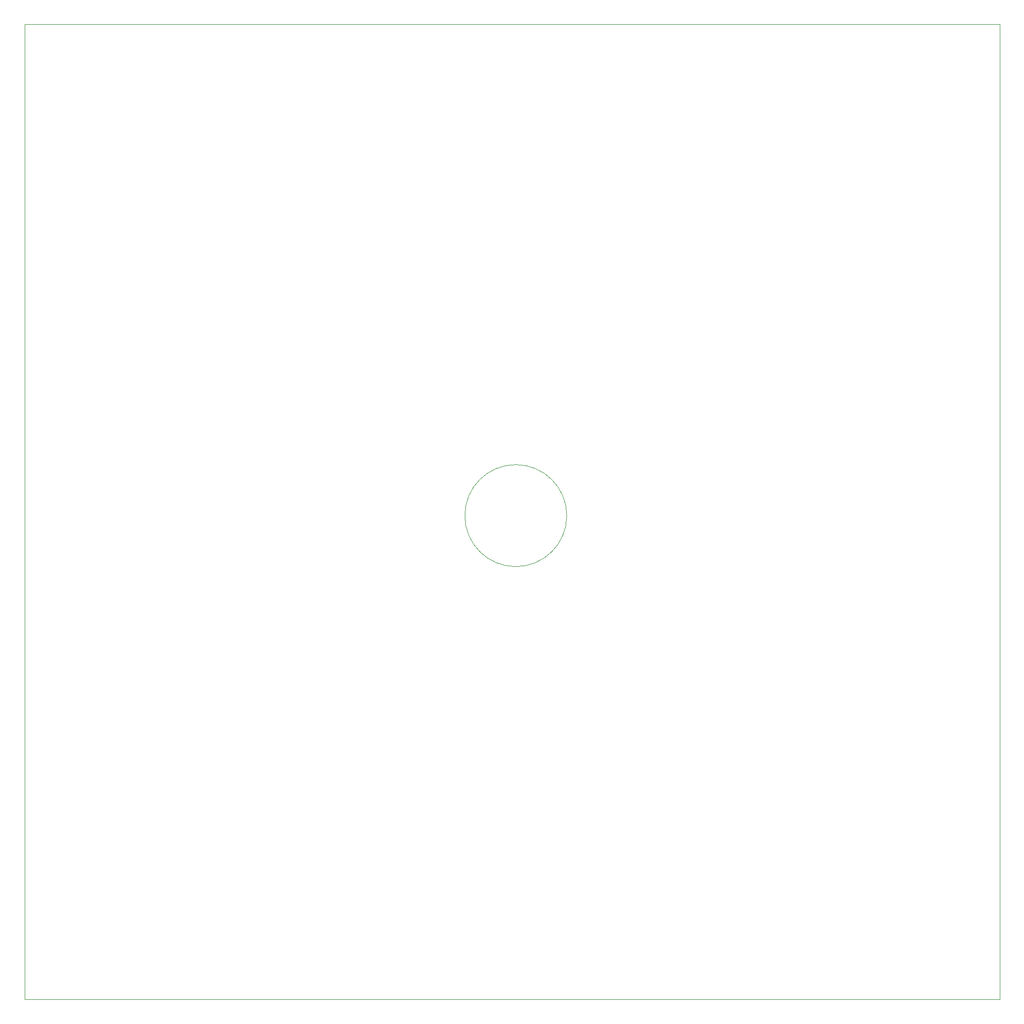
<source format=gbr>
%TF.GenerationSoftware,KiCad,Pcbnew,8.0.2*%
%TF.CreationDate,2024-06-03T23:57:49-04:00*%
%TF.ProjectId,IGGDriver,49474744-7269-4766-9572-2e6b69636164,rev?*%
%TF.SameCoordinates,Original*%
%TF.FileFunction,Profile,NP*%
%FSLAX46Y46*%
G04 Gerber Fmt 4.6, Leading zero omitted, Abs format (unit mm)*
G04 Created by KiCad (PCBNEW 8.0.2) date 2024-06-03 23:57:49*
%MOMM*%
%LPD*%
G01*
G04 APERTURE LIST*
%TA.AperFunction,Profile*%
%ADD10C,0.050000*%
%TD*%
G04 APERTURE END LIST*
D10*
X71250000Y-8000000D02*
X235000000Y-8000000D01*
X235000000Y-171750000D01*
X71250000Y-171750000D01*
X71250000Y-8000000D01*
X162308621Y-90500000D02*
G75*
G02*
X145191379Y-90500000I-8558621J0D01*
G01*
X145191379Y-90500000D02*
G75*
G02*
X162308621Y-90500000I8558621J0D01*
G01*
M02*

</source>
